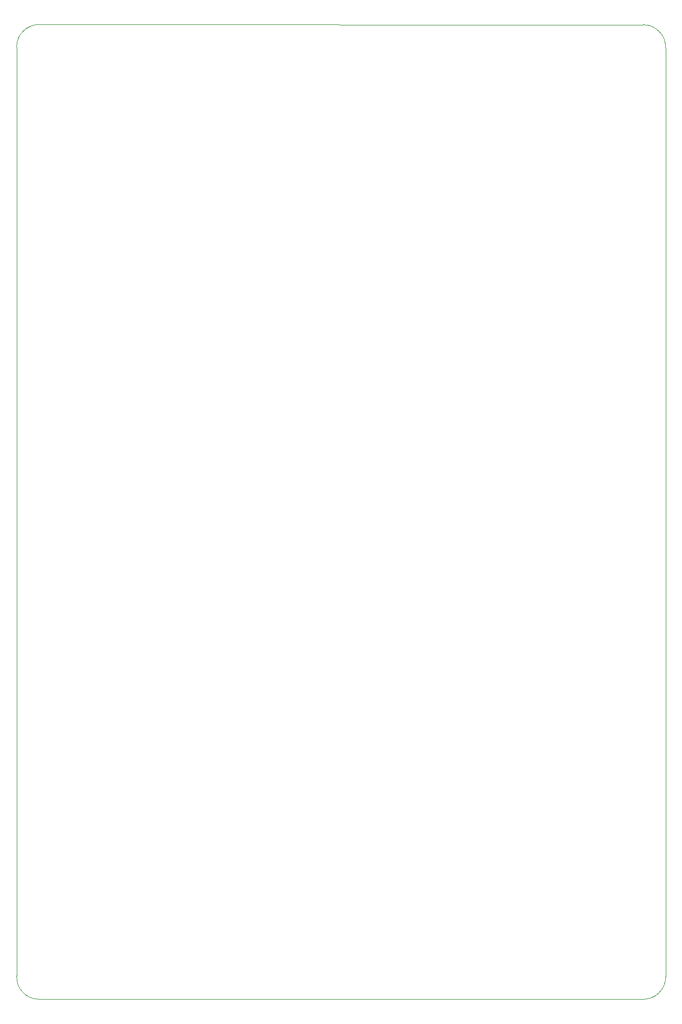
<source format=gm1>
G04 #@! TF.GenerationSoftware,KiCad,Pcbnew,7.0.7*
G04 #@! TF.CreationDate,2023-09-07T11:23:27-07:00*
G04 #@! TF.ProjectId,bivariate-bivalve,62697661-7269-4617-9465-2d626976616c,rev?*
G04 #@! TF.SameCoordinates,Original*
G04 #@! TF.FileFunction,Profile,NP*
%FSLAX46Y46*%
G04 Gerber Fmt 4.6, Leading zero omitted, Abs format (unit mm)*
G04 Created by KiCad (PCBNEW 7.0.7) date 2023-09-07 11:23:27*
%MOMM*%
%LPD*%
G01*
G04 APERTURE LIST*
G04 #@! TA.AperFunction,Profile*
%ADD10C,0.100000*%
G04 #@! TD*
G04 APERTURE END LIST*
D10*
X50000000Y-35970000D02*
X50013201Y-181200137D01*
X148100000Y-32480000D02*
X53659863Y-32463201D01*
X151606799Y-36139863D02*
X151620000Y-181350000D01*
X53520000Y-184860000D02*
X147960137Y-184856799D01*
X50013202Y-181200137D02*
G75*
G03*
X53520000Y-184860000I3506798J-149864D01*
G01*
X147960137Y-184856798D02*
G75*
G03*
X151620000Y-181350000I149864J3506798D01*
G01*
X151606798Y-36139863D02*
G75*
G03*
X148100000Y-32480000I-3506798J149864D01*
G01*
X53659863Y-32463201D02*
G75*
G03*
X50000000Y-35970000I-149863J-3506799D01*
G01*
M02*

</source>
